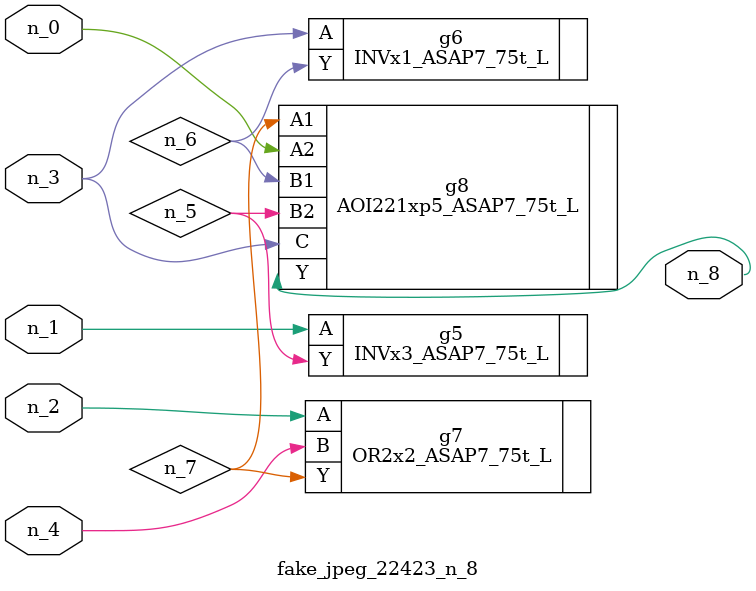
<source format=v>
module fake_jpeg_22423_n_8 (n_3, n_2, n_1, n_0, n_4, n_8);

input n_3;
input n_2;
input n_1;
input n_0;
input n_4;

output n_8;

wire n_6;
wire n_5;
wire n_7;

INVx3_ASAP7_75t_L g5 ( 
.A(n_1),
.Y(n_5)
);

INVx1_ASAP7_75t_L g6 ( 
.A(n_3),
.Y(n_6)
);

OR2x2_ASAP7_75t_L g7 ( 
.A(n_2),
.B(n_4),
.Y(n_7)
);

AOI221xp5_ASAP7_75t_L g8 ( 
.A1(n_7),
.A2(n_0),
.B1(n_6),
.B2(n_5),
.C(n_3),
.Y(n_8)
);


endmodule
</source>
